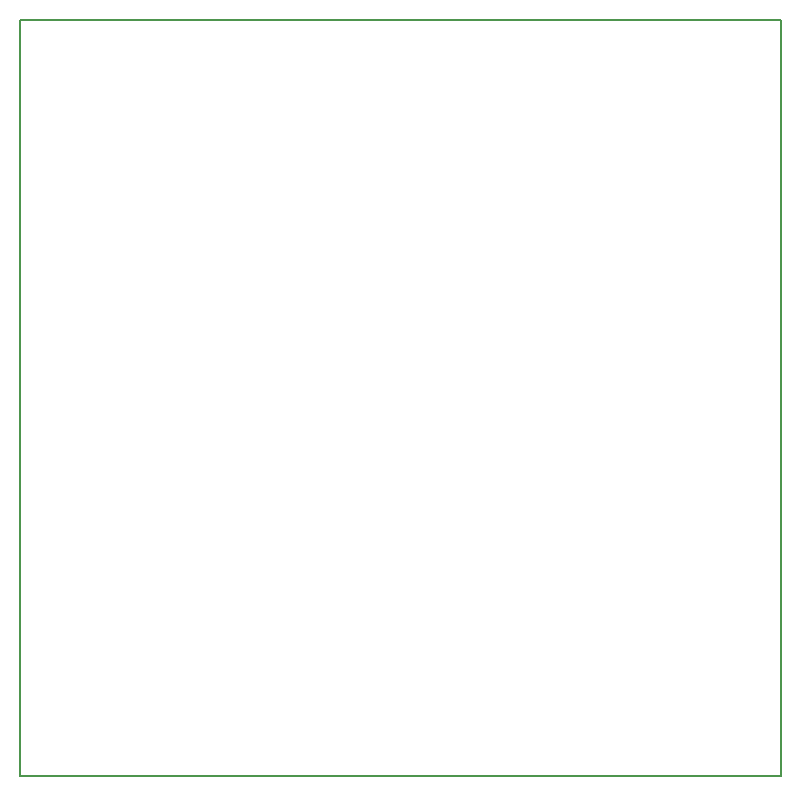
<source format=gbr>
%TF.GenerationSoftware,KiCad,Pcbnew,(6.0.11)*%
%TF.CreationDate,2023-02-01T23:46:18-08:00*%
%TF.ProjectId,ath,6174682e-6b69-4636-9164-5f7063625858,Original*%
%TF.SameCoordinates,Original*%
%TF.FileFunction,Profile,NP*%
%FSLAX46Y46*%
G04 Gerber Fmt 4.6, Leading zero omitted, Abs format (unit mm)*
G04 Created by KiCad (PCBNEW (6.0.11)) date 2023-02-01 23:46:18*
%MOMM*%
%LPD*%
G01*
G04 APERTURE LIST*
%TA.AperFunction,Profile*%
%ADD10C,0.200000*%
%TD*%
G04 APERTURE END LIST*
D10*
X127800000Y-30480000D02*
X192240000Y-30480000D01*
X192240000Y-30480000D02*
X192240000Y-94480000D01*
X192240000Y-94480000D02*
X127800000Y-94480000D01*
X127800000Y-94480000D02*
X127800000Y-30480000D01*
M02*

</source>
